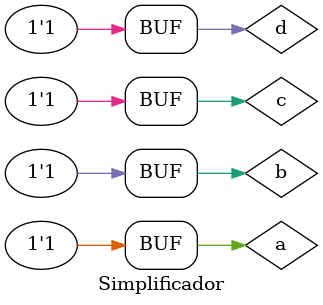
<source format=v>

module simplificadorA (s,a,c);
input a,c;
output s;
wire f;
not NOT1 (f,a);
and AND1 (s,f,c);
endmodule//endsimplifidadorA
module simplificadorB (s,a,b,c);
input a,b,c;
output s;
wire f;
not NOT2 (f,b);
and AND2 (s,a,f,c);
endmodule //endsimplificadorB
module simplificadorC (s,a,b,d);
input a,b,d;
output s;
wire f;
not NOT3 (f,d);
and AND3 (s,a,b,f);
endmodule //endsimplificadorC
// ---------------------
// -- test Simplificador
// ---------------------

module Simplificador;
 reg   a, b, c, d;
 wire  s, s1, s2, s3;
          // instancia
simplificadorA SA(s1,a,c);
simplificadorB SB(s2,a,b,c);
simplificadorC SC(s3,a,b,d);
or OR1 (s,s1,s2,s3);
initial begin: start
a=0; b=0; c=0; d=0;
end
 
          // parte principal
 initial begin : main
      $display("Guia 08_01 - Pedro Siqueira - 405830");
      $display("Simplificador");
 	   $monitor("%b%b%b%b = %b", a, b, c, d, s);
 		#1 a=0; b=0; c=0; d=1;
		#1 a=0; b=0; c=1; d=0;
		#1 a=0; b=0; c=1; d=1;
		#1 a=0; b=1; c=0; d=0;
		#1 a=0; b=1; c=0; d=1;
		#1 a=0; b=1; c=1; d=0;
		#1 a=0; b=1; c=1; d=1;
		#1 a=1; b=0; c=0; d=0;
		#1 a=1; b=0; c=0; d=1;
		#1 a=1; b=0; c=1; d=0;
		#1 a=1; b=0; c=1; d=1;
		#1 a=1; b=1; c=0; d=0;
		#1 a=1; b=1; c=0; d=1;
		#1 a=1; b=1; c=1; d=0;
	   #1 a=1; b=1; c=1; d=1;
		
 end

endmodule // test

</source>
